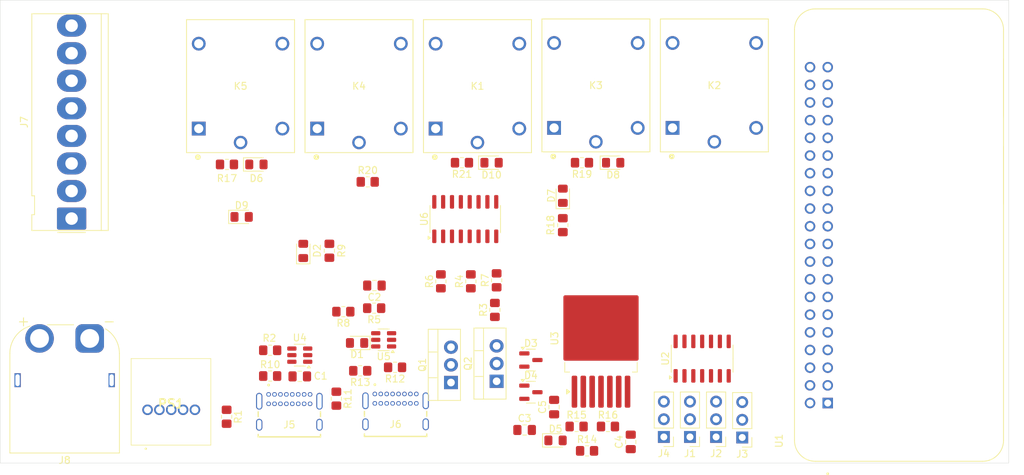
<source format=kicad_pcb>
(kicad_pcb (version 20241229) (generator "pcbnew") (generator_version "9.0")
  (layers (0 "F.Cu" signal) (4 "In1.Cu" signal) (6 "In2.Cu" signal) (2 "B.Cu" signal) (13 "F.Paste" user) (15 "B.Paste" user) (5 "F.SilkS" user "F.Silkscreen") (7 "B.SilkS" user "B.Silkscreen") (1 "F.Mask" user) (3 "B.Mask" user) (25 "Edge.Cuts" user))
  (net 0 "")
  (net 1 "+12V")
  (net 2 "+5V")
  (net 3 "GND")
  (net 5 "Net-(PS1-VOADJUST)")
  (net 23 "/DISPLAY_PWR")
  (net 24 "Net-(D1-K)")
  (net 25 "/RASPBERRY_PI_PWR")
  (net 26 "Net-(D2-K)")
  (net 27 "/FAN_PWM")
  (net 28 "Net-(D5-K)")
  (net 29 "Net-(D6-A)")
  (net 30 "Net-(D6-K)")
  (net 31 "Net-(D7-K)")
  (net 32 "Net-(D7-A)")
  (net 33 "Net-(D8-K)")
  (net 34 "Net-(D8-A)")
  (net 35 "Net-(D9-A)")
  (net 36 "Net-(D9-K)")
  (net 37 "Net-(D10-K)")
  (net 38 "Net-(D10-A)")
  (net 39 "Net-(Q1-G)")
  (net 40 "/HEATED_WINDOW")
  (net 41 "Net-(Q2-G)")
  (net 42 "/FRONT_FOG_LIGHTS")
  (net 43 "Net-(U3-GND)")
  (net 44 "Net-(U3-IN)")
  (net 45 "/SERVO_PWM_1")
  (net 46 "/FRONT_FOG_EN")
  (net 47 "/SERVO_PWM_2")
  (net 48 "/SERVO_PWM_4")
  (net 49 "/HEATED_WINDOW_EN")
  (net 50 "/SERVO_PWM_3")
  (net 51 "/RASPBERRY_PI_EN")
  (net 52 "/FAN_OUT")
  (net 57 "/DISPLAY_EN")
  (net 60 "/EXTRA_HIGH_EN")
  (net 61 "/REAR_FOG_LIGHTS_EN")
  (net 64 "/INDICATORS_A_EN")
  (net 66 "/INDICATORS_B_EN")
  (net 67 "/EXTRA_LOW_EN")
  (net 68 "Net-(D3-A)")
  (net 69 "Net-(J1-Pin_3)")
  (net 70 "Net-(J2-Pin_3)")
  (net 71 "Net-(J3-Pin_3)")
  (net 72 "Net-(J4-Pin_3)")
  (net 73 "Net-(J5-CC1)")
  (net 77 "Net-(J5-CC2)")
  (net 86 "Net-(J6-CC1)")
  (net 87 "Net-(J6-CC2)")
  (net 89 "/INDICATORS_A")
  (net 90 "/EXTRA_LOW")
  (net 91 "/REAR_FOG_LIGHTS")
  (net 92 "/INDICATORS_B")
  (net 93 "/EXTRA_HIGH")
  (footprint "Connector_PinHeader_2.54mm:PinHeader_1x03_P2.54mm_Vertical" (layer "F.Cu") (at 200.25 100.75 180)
    (property "Reference" "J2" (at 0 -2.38 0) (layer "F.SilkS"))
    (property "Value" "Conn_01x03_Pin")
    (pad "1" thru_hole rect (at 0 0 180) (size 1.7 1.7) (drill 1) (layers "*.Cu" "*.Mask") (net 3 "GND"))
    (pad "2" thru_hole circle (at 0 2.54 180) (size 1.7 1.7) (drill 1) (layers "*.Cu" "*.Mask") (net 2 "+5V"))
    (pad "3" thru_hole circle (at 0 5.08 180) (size 1.7 1.7) (drill 1) (layers "*.Cu" "*.Mask") (net 70 "Net-(J2-Pin_3)"))
  )
  (footprint "Resistor_SMD:R_0805_2012Metric_Pad1.20x1.40mm_HandSolder" (layer "F.Cu") (at 168.75 78.25 90)
    (property "Reference" "R7" (at 0 -1.65 90) (layer "F.SilkS"))
    (property "Value" "10k")
    (pad "1" smd roundrect (at -1 0 90) (size 1.2 1.4) (layers "F.Cu" "F.Mask" "F.Paste") (roundrect_rratio 0.208333) (net 41 "Net-(Q2-G)"))
    (pad "2" smd roundrect (at 1 0 90) (size 1.2 1.4) (layers "F.Cu" "F.Mask" "F.Paste") (roundrect_rratio 0.208333) (net 3 "GND"))
  )
  (footprint "LED_SMD:LED_0805_2012Metric_Pad1.15x1.40mm_HandSolder" (layer "F.Cu") (at 134.275 61.6)
    (property "Reference" "D6" (at 0 2 0) (layer "F.SilkS"))
    (property "Value" "LED")
    (pad "1" smd roundrect (at -1.025 0) (size 1.15 1.4) (layers "F.Cu" "F.Mask" "F.Paste") (roundrect_rratio 0.217391) (net 30 "Net-(D6-K)"))
    (pad "2" smd roundrect (at 1.025 0) (size 1.15 1.4) (layers "F.Cu" "F.Mask" "F.Paste") (roundrect_rratio 0.217391) (net 29 "Net-(D6-A)"))
  )
  (footprint "Package_TO_SOT_SMD:SOT-23-6" (layer "F.Cu") (at 152.5375 86.8 180)
    (property "Reference" "U5" (at 0 -2.4 0) (layer "F.SilkS"))
    (property "Value" "AP22615AWU")
    (pad "1" smd roundrect (at -1.1375 -0.95 180) (size 1.325 0.6) (layers "F.Cu" "F.Mask" "F.Paste") (net 23 "/DISPLAY_PWR"))
    (pad "2" smd roundrect (at -1.1375 0 180) (size 1.325 0.6) (layers "F.Cu" "F.Mask" "F.Paste") (net 3 "GND"))
    (pad "3" smd roundrect (at -1.1375 0.95 180) (size 1.325 0.6) (layers "F.Cu" "F.Mask" "F.Paste"))
    (pad "4" smd roundrect (at 1.1375 0.95 180) (size 1.325 0.6) (layers "F.Cu" "F.Mask" "F.Paste") (net 57 "/DISPLAY_EN"))
    (pad "5" smd roundrect (at 1.1375 0 180) (size 1.325 0.6) (layers "F.Cu" "F.Mask" "F.Paste"))
    (pad "6" smd roundrect (at 1.1375 -0.95 180) (size 1.325 0.6) (layers "F.Cu" "F.Mask" "F.Paste") (net 2 "+5V"))
  )
  (footprint "Capacitor_SMD:C_0805_2012Metric_Pad1.18x1.45mm_HandSolder" (layer "F.Cu") (at 177 96.4625 90)
    (property "Reference" "C5" (at 0 -1.68 90) (layer "F.SilkS"))
    (property "Value" "10n")
    (pad "1" smd roundrect (at -1.0375 0 90) (size 1.175 1.45) (layers "F.Cu" "F.Mask" "F.Paste") (roundrect_rratio 0.212766) (net 52 "/FAN_OUT"))
    (pad "2" smd roundrect (at 1.0375 0 90) (size 1.175 1.45) (layers "F.Cu" "F.Mask" "F.Paste") (roundrect_rratio 0.212766) (net 3 "GND"))
  )
  (footprint "footprints:GCT_USB4085-GF-A_REVB" (layer "F.Cu") (at 154.25 98.9375)
    (property "Reference" "J6" (at 0 0 0) (layer "F.SilkS"))
    (property "Value" "USB4085-GF-A_REVB")
    (pad "A1" thru_hole circle (at -2.975 -4.36) (size 0.65 0.65) (drill 0.4) (layers "*.Cu" "*.Mask") (net 3 "GND"))
    (pad "A4" thru_hole circle (at -2.125 -4.36) (size 0.65 0.65) (drill 0.4) (layers "*.Cu" "*.Mask") (net 23 "/DISPLAY_PWR"))
    (pad "A5" thru_hole circle (at -1.275 -4.36) (size 0.65 0.65) (drill 0.4) (layers "*.Cu" "*.Mask") (net 86 "Net-(J6-CC1)"))
    (pad "A6" thru_hole circle (at -0.425 -4.36) (size 0.65 0.65) (drill 0.4) (layers "*.Cu" "*.Mask"))
    (pad "A7" thru_hole circle (at 0.425 -4.36) (size 0.65 0.65) (drill 0.4) (layers "*.Cu" "*.Mask"))
    (pad "A8" thru_hole circle (at 1.275 -4.36) (size 0.65 0.65) (drill 0.4) (layers "*.Cu" "*.Mask"))
    (pad "A9" thru_hole circle (at 2.125 -4.36) (size 0.65 0.65) (drill 0.4) (layers "*.Cu" "*.Mask") (net 23 "/DISPLAY_PWR"))
    (pad "A12" thru_hole circle (at 2.975 -4.36) (size 0.65 0.65) (drill 0.4) (layers "*.Cu" "*.Mask") (net 3 "GND"))
    (pad "B1" thru_hole circle (at 2.975 -3.01) (size 0.65 0.65) (drill 0.4) (layers "*.Cu" "*.Mask") (net 3 "GND"))
    (pad "B4" thru_hole circle (at 2.125 -3.01) (size 0.65 0.65) (drill 0.4) (layers "*.Cu" "*.Mask") (net 23 "/DISPLAY_PWR"))
    (pad "B5" thru_hole circle (at 1.275 -3.01) (size 0.65 0.65) (drill 0.4) (layers "*.Cu" "*.Mask") (net 87 "Net-(J6-CC2)"))
    (pad "B6" thru_hole circle (at 0.425 -3.01) (size 0.65 0.65) (drill 0.4) (layers "*.Cu" "*.Mask"))
    (pad "B7" thru_hole circle (at -0.425 -3.01) (size 0.65 0.65) (drill 0.4) (layers "*.Cu" "*.Mask"))
    (pad "B8" thru_hole circle (at -1.275 -3.01) (size 0.65 0.65) (drill 0.4) (layers "*.Cu" "*.Mask"))
    (pad "B9" thru_hole circle (at -2.125 -3.01) (size 0.65 0.65) (drill 0.4) (layers "*.Cu" "*.Mask") (net 23 "/DISPLAY_PWR"))
    (pad "B12" thru_hole circle (at -2.975 -3.01) (size 0.65 0.65) (drill 0.4) (layers "*.Cu" "*.Mask") (net 3 "GND"))
    (pad "S1" thru_hole oval (at -4.325 0) (size 0.9 1.7) (drill oval 0.6 1.4) (layers "*.Cu" "*.Mask") (net 3 "GND"))
    (pad "S2" thru_hole oval (at 4.325 0) (size 0.9 1.7) (drill oval 0.6 1.4) (layers "*.Cu" "*.Mask") (net 3 "GND"))
    (pad "S3" thru_hole oval (at -4.325 -3.38) (size 0.9 2.4) (drill oval 0.6 2.1) (layers "*.Cu" "*.Mask") (net 3 "GND"))
    (pad "S4" thru_hole oval (at 4.325 -3.38) (size 0.9 2.4) (drill oval 0.6 2.1) (layers "*.Cu" "*.Mask") (net 3 "GND"))
  )
  (footprint "Capacitor_SMD:C_0805_2012Metric_Pad1.18x1.45mm_HandSolder" (layer "F.Cu") (at 140.5 92.05)
    (property "Reference" "C1" (at 3 -0.05 0) (layer "F.SilkS"))
    (property "Value" "10u")
    (pad "1" smd roundrect (at -1.0375 0) (size 1.175 1.45) (layers "F.Cu" "F.Mask" "F.Paste") (roundrect_rratio 0.212766) (net 2 "+5V"))
    (pad "2" smd roundrect (at 1.0375 0) (size 1.175 1.45) (layers "F.Cu" "F.Mask" "F.Paste") (roundrect_rratio 0.212766) (net 3 "GND"))
  )
  (footprint "Resistor_SMD:R_0805_2012Metric_Pad1.20x1.40mm_HandSolder" (layer "F.Cu") (at 151.175 82.25 180)
    (property "Reference" "R5" (at 0 -1.65 0) (layer "F.SilkS"))
    (property "Value" "10k")
    (pad "1" smd roundrect (at -1 0 180) (size 1.2 1.4) (layers "F.Cu" "F.Mask" "F.Paste") (roundrect_rratio 0.208333) (net 57 "/DISPLAY_EN"))
    (pad "2" smd roundrect (at 1 0 180) (size 1.2 1.4) (layers "F.Cu" "F.Mask" "F.Paste") (roundrect_rratio 0.208333) (net 3 "GND"))
  )
  (footprint "footprints:RELAY_SRD-05VDC-SL-C" (layer "F.Cu") (at 200 50.25 90)
    (property "Reference" "K2" (at 0 0 180) (layer "F.SilkS") (effects (font (size 1.000094 1.000094))))
    (property "Value" "SRD-05VDC-SL-C")
    (pad "A1" thru_hole rect (at -6.1 -6 90) (size 1.98 1.98) (drill 1.32) (layers "*.Cu" "*.Mask") (net 2 "+5V"))
    (pad "A2" thru_hole circle (at -6.1 6 90) (size 1.98 1.98) (drill 1.32) (layers "*.Cu" "*.Mask") (net 35 "Net-(D9-A)"))
    (pad "COM" thru_hole circle (at -8.1 0 90) (size 1.935 1.935) (drill 1.29) (layers "*.Cu" "*.Mask") (net 1 "+12V"))
    (pad "NC" thru_hole circle (at 6.1 -6 90) (size 1.98 1.98) (drill 1.32) (layers "*.Cu" "*.Mask"))
    (pad "NO" thru_hole circle (at 6.1 6 90) (size 1.98 1.98) (drill 1.32) (layers "*.Cu" "*.Mask") (net 92 "/INDICATORS_B"))
  )
  (footprint "Resistor_SMD:R_0805_2012Metric_Pad1.20x1.40mm_HandSolder" (layer "F.Cu") (at 154.175 90.75 180)
    (property "Reference" "R12" (at 0 -1.65 0) (layer "F.SilkS"))
    (property "Value" "10k")
    (pad "1" smd roundrect (at -1 0 180) (size 1.2 1.4) (layers "F.Cu" "F.Mask" "F.Paste") (roundrect_rratio 0.208333) (net 23 "/DISPLAY_PWR"))
    (pad "2" smd roundrect (at 1 0 180) (size 1.2 1.4) (layers "F.Cu" "F.Mask" "F.Paste") (roundrect_rratio 0.208333) (net 87 "Net-(J6-CC2)"))
  )
  (footprint "footprints:RELAY_SRD-05VDC-SL-C" (layer "F.Cu") (at 183 50.25 90)
    (property "Reference" "K3" (at 0 0 180) (layer "F.SilkS") (effects (font (size 1.000094 1.000094))))
    (property "Value" "SRD-05VDC-SL-C")
    (pad "A1" thru_hole rect (at -6.1 -6 90) (size 1.98 1.98) (drill 1.32) (layers "*.Cu" "*.Mask") (net 2 "+5V"))
    (pad "A2" thru_hole circle (at -6.1 6 90) (size 1.98 1.98) (drill 1.32) (layers "*.Cu" "*.Mask") (net 34 "Net-(D8-A)"))
    (pad "COM" thru_hole circle (at -8.1 0 90) (size 1.935 1.935) (drill 1.29) (layers "*.Cu" "*.Mask") (net 1 "+12V"))
    (pad "NC" thru_hole circle (at 6.1 -6 90) (size 1.98 1.98) (drill 1.32) (layers "*.Cu" "*.Mask"))
    (pad "NO" thru_hole circle (at 6.1 6 90) (size 1.98 1.98) (drill 1.32) (layers "*.Cu" "*.Mask") (net 91 "/REAR_FOG_LIGHTS"))
  )
  (footprint "Resistor_SMD:R_0805_2012Metric_Pad1.20x1.40mm_HandSolder" (layer "F.Cu") (at 146.75 82.75 180)
    (property "Reference" "R8" (at 0 -1.65 0) (layer "F.SilkS"))
    (property "Value" "1.1k")
    (pad "1" smd roundrect (at -1 0 180) (size 1.2 1.4) (layers "F.Cu" "F.Mask" "F.Paste") (roundrect_rratio 0.208333) (net 24 "Net-(D1-K)"))
    (pad "2" smd roundrect (at 1 0 180) (size 1.2 1.4) (layers "F.Cu" "F.Mask" "F.Paste") (roundrect_rratio 0.208333) (net 3 "GND"))
  )
  (footprint "footprints:RELAY_SRD-05VDC-SL-C" (layer "F.Cu") (at 132 50.35 90)
    (property "Reference" "K5" (at 0 0 180) (layer "F.SilkS") (effects (font (size 1.000094 1.000094))))
    (property "Value" "SRD-05VDC-SL-C")
    (pad "A1" thru_hole rect (at -6.1 -6 90) (size 1.98 1.98) (drill 1.32) (layers "*.Cu" "*.Mask") (net 2 "+5V"))
    (pad "A2" thru_hole circle (at -6.1 6 90) (size 1.98 1.98) (drill 1.32) (layers "*.Cu" "*.Mask") (net 29 "Net-(D6-A)"))
    (pad "COM" thru_hole circle (at -8.1 0 90) (size 1.935 1.935) (drill 1.29) (layers "*.Cu" "*.Mask") (net 3 "GND"))
    (pad "NC" thru_hole circle (at 6.1 -6 90) (size 1.98 1.98) (drill 1.32) (layers "*.Cu" "*.Mask"))
    (pad "NO" thru_hole circle (at 6.1 6 90) (size 1.98 1.98) (drill 1.32) (layers "*.Cu" "*.Mask") (net 90 "/EXTRA_LOW"))
  )
  (footprint "LED_SMD:LED_0805_2012Metric_Pad1.15x1.40mm_HandSolder" (layer "F.Cu") (at 168.025 61.35)
    (property "Reference" "D10" (at 0 1.75 0) (layer "F.SilkS"))
    (property "Value" "LED")
    (pad "1" smd roundrect (at -1.025 0) (size 1.15 1.4) (layers "F.Cu" "F.Mask" "F.Paste") (roundrect_rratio 0.217391) (net 37 "Net-(D10-K)"))
    (pad "2" smd roundrect (at 1.025 0) (size 1.15 1.4) (layers "F.Cu" "F.Mask" "F.Paste") (roundrect_rratio 0.217391) (net 38 "Net-(D10-A)"))
  )
  (footprint "Resistor_SMD:R_0805_2012Metric_Pad1.20x1.40mm_HandSolder" (layer "F.Cu") (at 136.25 88.3 180)
    (property "Reference" "R2" (at 0.1125 1.75 0) (layer "F.SilkS"))
    (property "Value" "10k")
    (pad "1" smd roundrect (at -1 0 180) (size 1.2 1.4) (layers "F.Cu" "F.Mask" "F.Paste") (roundrect_rratio 0.208333) (net 51 "/RASPBERRY_PI_EN"))
    (pad "2" smd roundrect (at 1 0 180) (size 1.2 1.4) (layers "F.Cu" "F.Mask" "F.Paste") (roundrect_rratio 0.208333) (net 3 "GND"))
  )
  (footprint "LED_SMD:LED_0805_2012Metric_Pad1.15x1.40mm_HandSolder" (layer "F.Cu") (at 141 74.025 90)
    (property "Reference" "D2" (at 0.025 2 90) (layer "F.SilkS"))
    (property "Value" "LED")
    (pad "1" smd roundrect (at -1.025 0 90) (size 1.15 1.4) (layers "F.Cu" "F.Mask" "F.Paste") (roundrect_rratio 0.217391) (net 26 "Net-(D2-K)"))
    (pad "2" smd roundrect (at 1.025 0 90) (size 1.15 1.4) (layers "F.Cu" "F.Mask" "F.Paste") (roundrect_rratio 0.217391) (net 25 "/RASPBERRY_PI_PWR"))
  )
  (footprint "LED_SMD:LED_0805_2012Metric_Pad1.15x1.40mm_HandSolder" (layer "F.Cu") (at 177.205 101.25)
    (property "Reference" "D5" (at 0 -1.65 0) (layer "F.SilkS"))
    (property "Value" "LED")
    (pad "1" smd roundrect (at -1.025 0) (size 1.15 1.4) (layers "F.Cu" "F.Mask" "F.Paste") (roundrect_rratio 0.217391) (net 28 "Net-(D5-K)"))
    (pad "2" smd roundrect (at 1.025 0) (size 1.15 1.4) (layers "F.Cu" "F.Mask" "F.Paste") (roundrect_rratio 0.217391) (net 27 "/FAN_PWM"))
  )
  (footprint "Resistor_SMD:R_0805_2012Metric_Pad1.20x1.40mm_HandSolder" (layer "F.Cu") (at 149.175 91.25 180)
    (property "Reference" "R13" (at 0 -1.65 0) (layer "F.SilkS"))
    (property "Value" "10k")
    (pad "1" smd roundrect (at -1 0 180) (size 1.2 1.4) (layers "F.Cu" "F.Mask" "F.Paste") (roundrect_rratio 0.208333) (net 23 "/DISPLAY_PWR"))
    (pad "2" smd roundrect (at 1 0 180) (size 1.2 1.4) (layers "F.Cu" "F.Mask" "F.Paste") (roundrect_rratio 0.208333) (net 86 "Net-(J6-CC1)"))
  )
  (footprint "Resistor_SMD:R_0805_2012Metric_Pad1.20x1.40mm_HandSolder" (layer "F.Cu") (at 168.5 82.5 90)
    (property "Reference" "R3" (at 0 -1.65 90) (layer "F.SilkS"))
    (property "Value" "10k")
    (pad "1" smd roundrect (at -1 0 90) (size 1.2 1.4) (layers "F.Cu" "F.Mask" "F.Paste") (roundrect_rratio 0.208333) (net 39 "Net-(Q1-G)"))
    (pad "2" smd roundrect (at 1 0 90) (size 1.2 1.4) (layers "F.Cu" "F.Mask" "F.Paste") (roundrect_rratio 0.208333) (net 3 "GND"))
  )
  (footprint "Resistor_SMD:R_0805_2012Metric_Pad1.20x1.40mm_HandSolder" (layer "F.Cu") (at 163.775 61.35 180)
    (property "Reference" "R21" (at 0 -1.65 0) (layer "F.SilkS"))
    (property "Value" "1.1k")
    (pad "1" smd roundrect (at -1 0 180) (size 1.2 1.4) (layers "F.Cu" "F.Mask" "F.Paste") (roundrect_rratio 0.208333) (net 37 "Net-(D10-K)"))
    (pad "2" smd roundrect (at 1 0 180) (size 1.2 1.4) (layers "F.Cu" "F.Mask" "F.Paste") (roundrect_rratio 0.208333) (net 3 "GND"))
  )
  (footprint "Package_TO_SOT_THT:TO-220-3_Vertical" (layer "F.Cu") (at 162.2 92.935 90)
    (property "Reference" "Q1" (at 2.54 -4.1 90) (layer "F.SilkS"))
    (property "Value" "IRLZ44N")
    (pad "1" thru_hole rect (at 0 0 90) (size 1.905 2) (drill 1.1) (layers "*.Cu" "*.Mask") (net 39 "Net-(Q1-G)"))
    (pad "2" thru_hole oval (at 2.54 0 90) (size 1.905 2) (drill 1.1) (layers "*.Cu" "*.Mask") (net 40 "/HEATED_WINDOW"))
    (pad "3" thru_hole oval (at 5.08 0 90) (size 1.905 2) (drill 1.1) (layers "*.Cu" "*.Mask") (net 3 "GND"))
  )
  (footprint "LED_SMD:LED_0805_2012Metric_Pad1.15x1.40mm_HandSolder" (layer "F.Cu") (at 185.475 61.35)
    (property "Reference" "D8" (at 0 1.75 0) (layer "F.SilkS"))
    (property "Value" "LED")
    (pad "1" smd roundrect (at -1.025 0) (size 1.15 1.4) (layers "F.Cu" "F.Mask" "F.Paste") (roundrect_rratio 0.217391) (net 33 "Net-(D8-K)"))
    (pad "2" smd roundrect (at 1.025 0) (size 1.15 1.4) (layers "F.Cu" "F.Mask" "F.Paste") (roundrect_rratio 0.217391) (net 34 "Net-(D8-A)"))
  )
  (footprint "Resistor_SMD:R_0805_2012Metric_Pad1.20x1.40mm_HandSolder" (layer "F.Cu") (at 144.75 74 90)
    (property "Reference" "R9" (at 0 1.75 90) (layer "F.SilkS"))
    (property "Value" "1.1k")
    (pad "1" smd roundrect (at -1 0 90) (size 1.2 1.4) (layers "F.Cu" "F.Mask" "F.Paste") (roundrect_rratio 0.208333) (net 26 "Net-(D2-K)"))
    (pad "2" smd roundrect (at 1 0 90) (size 1.2 1.4) (layers "F.Cu" "F.Mask" "F.Paste") (roundrect_rratio 0.208333) (net 3 "GND"))
  )
  (footprint "Resistor_SMD:R_0805_2012Metric_Pad1.20x1.40mm_HandSolder" (layer "F.Cu") (at 181.73 102.75)
    (property "Reference" "R14" (at 0 -1.65 0) (layer "F.SilkS"))
    (property "Value" "4")
    (pad "1" smd roundrect (at -1 0) (size 1.2 1.4) (layers "F.Cu" "F.Mask" "F.Paste") (roundrect_rratio 0.208333) (net 43 "Net-(U3-GND)"))
    (pad "2" smd roundrect (at 1 0) (size 1.2 1.4) (layers "F.Cu" "F.Mask" "F.Paste") (roundrect_rratio 0.208333) (net 3 "GND"))
  )
  (footprint "Package_TO_SOT_THT:TO-220-3_Vertical" (layer "F.Cu") (at 168.75 92.75 90)
    (property "Reference" "Q2" (at 2.54 -4.1 90) (layer "F.SilkS"))
    (property "Value" "IRLZ44N")
    (pad "1" thru_hole rect (at 0 0 90) (size 1.905 2) (drill 1.1) (layers "*.Cu" "*.Mask") (net 41 "Net-(Q2-G)"))
    (pad "2" thru_hole oval (at 2.54 0 90) (size 1.905 2) (drill 1.1) (layers "*.Cu" "*.Mask") (net 42 "/FRONT_FOG_LIGHTS"))
    (pad "3" thru_hole oval (at 5.08 0 90) (size 1.905 2) (drill 1.1) (layers "*.Cu" "*.Mask") (net 3 "GND"))
  )
  (footprint "Resistor_SMD:R_0805_2012Metric_Pad1.20x1.40mm_HandSolder" (layer "F.Cu") (at 160.75 78.395 90)
    (property "Reference" "R6" (at 0 -1.65 90) (layer "F.SilkS"))
    (property "Value" "100")
    (pad "1" smd roundrect (at -1 0 90) (size 1.2 1.4) (layers "F.Cu" "F.Mask" "F.Paste") (roundrect_rratio 0.208333) (net 46 "/FRONT_FOG_EN"))
    (pad "2" smd roundrect (at 1 0 90) (size 1.2 1.4) (layers "F.Cu" "F.Mask" "F.Paste") (roundrect_rratio 0.208333) (net 41 "Net-(Q2-G)"))
  )
  (footprint "LED_SMD:LED_0805_2012Metric_Pad1.15x1.40mm_HandSolder" (layer "F.Cu") (at 148.725 87.25 180)
    (property "Reference" "D1" (at 0 -1.65 0) (layer "F.SilkS"))
    (property "Value" "LED")
    (pad "1" smd roundrect (at -1.025 0 180) (size 1.15 1.4) (layers "F.Cu" "F.Mask" "F.Paste") (roundrect_rratio 0.217391) (net 24 "Net-(D1-K)"))
    (pad "2" smd roundrect (at 1.025 0 180) (size 1.15 1.4) (layers "F.Cu" "F.Mask" "F.Paste") (roundrect_rratio 0.217391) (net 23 "/DISPLAY_PWR"))
  )
  (footprint "LED_SMD:LED_0805_2012Metric_Pad1.15x1.40mm_HandSolder" (layer "F.Cu") (at 178.25 66.1 90)
    (property "Reference" "D7" (at 0 -1.65 90) (layer "F.SilkS"))
    (property "Value" "LED")
    (pad "1" smd roundrect (at -1.025 0 90) (size 1.15 1.4) (layers "F.Cu" "F.Mask" "F.Paste") (roundrect_rratio 0.217391) (net 31 "Net-(D7-K)"))
    (pad "2" smd roundrect (at 1.025 0 90) (size 1.15 1.4) (layers "F.Cu" "F.Mask" "F.Paste") (roundrect_rratio 0.217391) (net 32 "Net-(D7-A)"))
  )
  (footprint "Resistor_SMD:R_0805_2012Metric_Pad1.20x1.40mm_HandSolder" (layer "F.Cu") (at 181 61.35 180)
    (property "Reference" "R19" (at 0 -1.65 0) (layer "F.SilkS"))
    (property "Value" "1.1k")
    (pad "1" smd roundrect (at -1 0 180) (size 1.2 1.4) (layers "F.Cu" "F.Mask" "F.Paste") (roundrect_rratio 0.208333) (net 33 "Net-(D8-K)"))
    (pad "2" smd roundrect (at 1 0 180) (size 1.2 1.4) (layers "F.Cu" "F.Mask" "F.Paste") (roundrect_rratio 0.208333) (net 3 "GND"))
  )
  (footprint "footprints:GCT_USB4085-GF-A_REVB" (layer "F.Cu") (at 139 99)
    (property "Reference" "J5" (at 0 0 0) (layer "F.SilkS"))
    (property "Value" "USB4085-GF-A_REVB")
    (pad "A1" thru_hole circle (at -2.975 -4.36) (size 0.65 0.65) (drill 0.4) (layers "*.Cu" "*.Mask") (net 3 "GND"))
    (pad "A4" thru_hole circle (at -2.125 -4.36) (size 0.65 0.65) (drill 0.4) (layers "*.Cu" "*.Mask") (net 25 "/RASPBERRY_PI_PWR"))
    (pad "A5" thru_hole circle (at -1.275 -4.36) (size 0.65 0.65) (drill 0.4) (layers "*.Cu" "*.Mask") (net 73 "Net-(J5-CC1)"))
    (pad "A6" thru_hole circle (at -0.425 -4.36) (size 0.65 0.65) (drill 0.4) (layers "*.Cu" "*.Mask"))
    (pad "A7" thru_hole circle (at 0.425 -4.36) (size 0.65 0.65) (drill 0.4) (layers "*.Cu" "*.Mask"))
    (pad "A8" thru_hole circle (at 1.275 -4.36) (size 0.65 0.65) (drill 0.4) (layers "*.Cu" "*.Mask"))
    (pad "A9" thru_hole circle (at 2.125 -4.36) (size 0.65 0.65) (drill 0.4) (layers "*.Cu" "*.Mask") (net 25 "/RASPBERRY_PI_PWR"))
    (pad "A12" thru_hole circle (at 2.975 -4.36) (size 0.65 0.65) (drill 0.4) (layers "*.Cu" "*.Mask") (net 3 "GND"))
    (pad "B1" thru_hole circle (at 2.975 -3.01) (size 0.65 0.65) (drill 0.4) (layers "*.Cu" "*.Mask") (net 3 "GND"))
    (pad "B4" thru_hole circle (at 2.125 -3.01) (size 0.65 0.65) (drill 0.4) (layers "*.Cu" "*.Mask") (net 25 "/RASPBERRY_PI_PWR"))
    (pad "B5" thru_hole circle (at 1.275 -3.01) (size 0.65 0.65) (drill 0.4) (layers "*.Cu" "*.Mask") (net 77 "Net-(J5-CC2)"))
    (pad "B6" thru_hole circle (at 0.425 -3.01) (size 0.65 0.65) (drill 0.4) (layers "*.Cu" "*.Mask"))
    (pad "B7" thru_hole circle (at -0.425 -3.01) (size 0.65 0.65) (drill 0.4) (layers "*.Cu" "*.Mask"))
    (pad "B8" thru_hole circle (at -1.275 -3.01) (size 0.65 0.65) (drill 0.4) (layers "*.Cu" "*.Mask"))
    (pad "B9" thru_hole circle (at -2.125 -3.01) (size 0.65 0.65) (drill 0.4) (layers "*.Cu" "*.Mask") (net 25 "/RASPBERRY_PI_PWR"))
    (pad "B12" thru_hole circle (at -2.975 -3.01) (size 0.65 0.65) (drill 0.4) (layers "*.Cu" "*.Mask") (net 3 "GND"))
    (pad "S1" thru_hole oval (at -4.325 0) (size 0.9 1.7) (drill oval 0.6 1.4) (layers "*.Cu" "*.Mask") (net 3 "GND"))
    (pad "S2" thru_hole oval (at 4.325 0) (size 0.9 1.7) (drill oval 0.6 1.4) (layers "*.Cu" "*.Mask") (net 3 "GND"))
    (pad "S3" thru_hole oval (at -4.325 -3.38) (size 0.9 2.4) (drill oval 0.6 2.1) (layers "*.Cu" "*.Mask") (net 3 "GND"))
    (pad "S4" thru_hole oval (at 4.325 -3.38) (size 0.9 2.4) (drill oval 0.6 2.1) (layers "*.Cu" "*.Mask") (net 3 "GND"))
  )
  (footprint "Connector_PinHeader_2.54mm:PinHeader_1x03_P2.54mm_Vertical" (layer "F.Cu") (at 204 100.83 180)
    (property "Reference" "J3" (at 0 -2.38 0) (layer "F.SilkS"))
    (property "Value" "Conn_01x03_Pin")
    (pad "1" thru_hole rect (at 0 0 180) (size 1.7 1.7) (drill 1) (layers "*.Cu" "*.Mask") (net 3 "GND"))
    (pad "2" thru_hole circle (at 0 2.54 180) (size 1.7 1.7) (drill 1) (layers "*.Cu" "*.Mask") (net 2 "+5V"))
    (pad "3" thru_hole circle (at 0 5.08 180) (size 1.7 1.7) (drill 1) (layers "*.Cu" "*.Mask") (net 71 "Net-(J3-Pin_3)"))
  )
  (footprint "Capacitor_SMD:C_0805_2012Metric_Pad1.18x1.45mm_HandSolder" (layer "F.Cu") (at 151.2125 79 180)
    (property "Reference" "C2" (at 0 -1.68 0) (layer "F.SilkS"))
    (property "Value" "10u")
    (pad "1" smd roundrect (at -1.0375 0 180) (size 1.175 1.45) (layers "F.Cu" "F.Mask" "F.Paste") (roundrect_rratio 0.212766) (net 2 "+5V"))
    (pad "2" smd roundrect (at 1.0375 0 180) (size 1.175 1.45) (layers "F.Cu" "F.Mask" "F.Paste") (roundrect_rratio 0.212766) (net 3 "GND"))
  )
  (footprint "Package_SO:SOIC-16_3.9x9.9mm_P1.27mm" (layer "F.Cu") (at 164.25 69.45 90)
    (property "Reference" "U6" (at 0 -5.9 90) (layer "F.SilkS"))
    (property "Value" "ULN2002")
    (pad "1" smd roundrect (at -2.475 -4.445 90) (size 1.95 0.6) (layers "F.Cu" "F.Mask" "F.Paste") (net 64 "/INDICATORS_A_EN"))
    (pad "2" smd roundrect (at -2.475 -3.175 90) (size 1.95 0.6) (layers "F.Cu" "F.Mask" "F.Paste") (net 66 "/INDICATORS_B_EN"))
    (pad "3" smd roundrect (at -2.475 -1.905 90) (size 1.95 0.6) (layers "F.Cu" "F.Mask" "F.Paste") (net 61 "/REAR_FOG_LIGHTS_EN"))
    (pad "4" smd roundrect (at -2.475 -0.635 90) (size 1.95 0.6) (layers "F.Cu" "F.Mask" "F.Paste") (net 60 "/EXTRA_HIGH_EN"))
    (pad "5" smd roundrect (at -2.475 0.635 90) (size 1.95 0.6) (layers "F.Cu" "F.Mask" "F.Paste") (net 67 "/EXTRA_LOW_EN"))
    (pad "6" smd roundrect (at -2.475 1.905 90) (size 1.95 0.6) (layers "F.Cu" "F.Mask" "F.Paste"))
    (pad "7" smd roundrect (at -2.475 3.175 90) (size 1.95 0.6) (layers "F.Cu" "F.Mask" "F.Paste"))
    (pad "8" smd roundrect (at -2.475 4.445 90) (size 1.95 0.6) (layers "F.Cu" "F.Mask" "F.Paste") (net 3 "GND"))
    (pad "9" smd roundrect (at 2.475 4.445 90) (size 1.95 0.6) (layers "F.Cu" "F.Mask" "F.Paste") (net 2 "+5V"))
    (pad "10" smd roundrect (at 2.475 3.175 90) (size 1.95 0.6) (layers "F.Cu" "F.Mask" "F.Paste"))
    (pad "11" smd roundrect (at 2.475 1.905 90) (size 1.95 0.6) (layers "F.Cu" "F.Mask" "F.Paste"))
    (pad "12" smd roundrect (at 2.475 0.635 90) (size 1.95 0.6) (layers "F.Cu" "F.Mask" "F.Paste") (net 29 "Net-(D6-A)"))
    (pad "13" smd roundrect (at 2.475 -0.635 90) (size 1.95 0.6) (layers "F.Cu" "F.Mask" "F.Paste") (net 32 "Net-(D7-A)"))
    (pad "14" smd roundrect (at 2.475 -1.905 90) (size 1.95 0.6) (layers "F.Cu" "F.Mask" "F.Paste") (net 34 "Net-(D8-A)"))
    (pad "15" smd roundrect (at 2.475 -3.175 90) (size 1.95 0.6) (layers "F.Cu" "F.Mask" "F.Paste") (net 35 "Net-(D9-A)"))
    (pad "16" smd roundrect (at 2.475 -4.445 90) (size 1.95 0.6) (layers "F.Cu" "F.Mask" "F.Paste") (net 38 "Net-(D10-A)"))
  )
  (footprint "Package_TO_SOT_SMD:SOT-23" (layer "F.Cu") (at 173.6675 94.325)
    (property "Reference" "D4" (at 0 -2.4 0) (layer "F.SilkS"))
    (property "Value" "Zener (15V)")
    (pad "1" smd roundrect (at -0.9375 -0.95) (size 1.475 0.6) (layers "F.Cu" "F.Mask" "F.Paste") (net 3 "GND"))
    (pad "2" smd roundrect (at -0.9375 0.95) (size 1.475 0.6) (layers "F.Cu" "F.Mask" "F.Paste") (net 68 "Net-(D3-A)"))
    (pad "3" smd roundrect (at 0.9375 0) (size 1.475 0.6) (layers "F.Cu" "F.Mask" "F.Paste"))
  )
  (footprint "footprints:PTR08100WVD" (layer "F.Cu") (at 118.65 96.85 180)
    (property "Reference" "PS1" (at -3.365 0.855 0) (layer "F.SilkS") (effects (font (size 1.27 1.27) (thickness 0.254))))
    (property "Value" "PTR08100WVD" (hide yes))
    (pad "1" thru_hole circle (at 0 0 180) (size 1.515 1.515) (drill 1.01) (layers "*.Cu" "*.Mask"))
    (pad "2" thru_hole circle (at -1.7 0 180) (size 1.515 1.515) (drill 1.01) (layers "*.Cu" "*.Mask") (net 1 "+12V"))
    (pad "3" thru_hole circle (at -3.4 0 180) (size 1.515 1.515) (drill 1.01) (layers "*.Cu" "*.Mask") (net 3 "GND"))
    (pad "4" thru_hole circle (at -5.1 0 180) (size 1.515 1.515) (drill 1.01) (layers "*.Cu" "*.Mask") (net 2 "+5V"))
    (pad "5" thru_hole circle (at -6.8 0 180) (size 1.515 1.515) (drill 1.01) (layers "*.Cu" "*.Mask") (net 5 "Net-(PS1-VOADJUST)"))
  )
  (footprint "LED_SMD:LED_0805_2012Metric_Pad1.15x1.40mm_HandSolder" (layer "F.Cu") (at 132.155 69.135)
    (property "Reference" "D9" (at 0 -1.65 0) (layer "F.SilkS"))
    (property "Value" "LED")
    (pad "1" smd roundrect (at -1.025 0) (size 1.15 1.4) (layers "F.Cu" "F.Mask" "F.Paste") (roundrect_rratio 0.217391) (net 36 "Net-(D9-K)"))
    (pad "2" smd roundrect (at 1.025 0) (size 1.15 1.4) (layers "F.Cu" "F.Mask" "F.Paste") (roundrect_rratio 0.217391) (net 35 "Net-(D9-A)"))
  )
  (footprint "Package_TO_SOT_SMD:SOT-23-6" (layer "F.Cu") (at 140.5 89 180)
    (property "Reference" "U4" (at 0 2.5 0) (layer "F.SilkS"))
    (property "Value" "AP22615AWU")
    (pad "1" smd roundrect (at -1.1375 -0.95 180) (size 1.325 0.6) (layers "F.Cu" "F.Mask" "F.Paste") (net 25 "/RASPBERRY_PI_PWR"))
    (pad "2" smd roundrect (at -1.1375 0 180) (size 1.325 0.6) (layers "F.Cu" "F.Mask" "F.Paste") (net 3 "GND"))
    (pad "3" smd roundrect (at -1.1375 0.95 180) (size 1.325 0.6) (layers "F.Cu" "F.Mask" "F.Paste"))
    (pad "4" smd roundrect (at 1.1375 0.95 180) (size 1.325 0.6) (layers "F.Cu" "F.Mask" "F.Paste") (net 51 "/RASPBERRY_PI_EN"))
    (pad "5" smd roundrect (at 1.1375 0 180) (size 1.325 0.6) (layers "F.Cu" "F.Mask" "F.Paste"))
    (pad "6" smd roundrect (at 1.1375 -0.95 180) (size 1.325 0.6) (layers "F.Cu" "F.Mask" "F.Paste") (net 2 "+5V"))
  )
  (footprint "footprints:RELAY_SRD-05VDC-SL-C" (layer "F.Cu") (at 149 50.35 90)
    (property "Reference" "K4" (at 0 0 180) (layer "F.SilkS") (effects (font (size 1.000094 1.000094))))
    (property "Value" "SRD-05VDC-SL-C")
    (pad "A1" thru_hole rect (at -6.1 -6 90) (size 1.98 1.98) (drill 1.32) (layers "*.Cu" "*.Mask") (net 2 "+5V"))
    (pad "A2" thru_hole circle (at -6.1 6 90) (size 1.98 1.98) (drill 1.32) (layers "*.Cu" "*.Mask") (net 32 "Net-(D7-A)"))
    (pad "COM" thru_hole circle (at -8.1 0 90) (size 1.935 1.935) (drill 1.29) (layers "*.Cu" "*.Mask") (net 1 "+12V"))
    (pad "NC" thru_hole circle (at 6.1 -6 90) (size 1.98 1.98) (drill 1.32) (layers "*.Cu" "*.Mask"))
    (pad "NO" thru_hole circle (at 6.1 6 90) (size 1.98 1.98) (drill 1.32) (layers "*.Cu" "*.Mask") (net 93 "/EXTRA_HIGH"))
  )
  (footprint "Package_TO_SOT_SMD:TO-263-7_TabPin4" (layer "F.Cu") (at 183.73 86.6 90)
    (property "Reference" "U3" (at -0.005 -6.65 90) (layer "F.SilkS"))
    (property "Value" "BTS50010-1TAD")
    (pad "1" smd roundrect (at -7.65 -3.81 90) (size 4.6 0.8) (layers "F.Cu" "F.Mask" "F.Paste") (net 43 "Net-(U3-GND)"))
    (pad "2" smd roundrect (at -7.65 -2.54 90) (size 4.6 0.8) (layers "F.Cu" "F.Mask" "F.Paste") (net 44 "Net-(U3-IN)"))
    (pad "3" smd roundrect (at -7.65 -1.27 90) (size 4.6 0.8) (layers "F.Cu" "F.Mask" "F.Paste"))
    (pad "4" smd roundrect (at -7.65 0 90) (size 4.6 0.8) (layers "F.Cu" "F.Mask" "F.Paste") (net 1 "+12V"))
    (pad "4" smd roundrect (at 1.5 0 90) (size 9.4 10.8) (layers "F.Cu" "F.Mask") (roundrect_rratio 0.026596) (net 1 "+12V"))
    (pad "5" smd roundrect (at -7.65 1.27 90) (size 4.6 0.8) (layers "F.Cu" "F.Mask" "F.Paste") (net 52 "/FAN_OUT"))
    (pad "6" smd roundrect (at -7.65 2.54 90) (size 4.6 0.8) (layers "F.Cu" "F.Mask" "F.Paste") (net 52 "/FAN_OUT"))
    (pad "7" smd roundrect (at -7.65 3.81 90) (size 4.6 0.8) (layers "F.Cu" "F.Mask" "F.Paste") (net 52 "/FAN_OUT"))
  )
  (footprint "Connector_AMASS:AMASS_XT60PW-M_1x02_P7.20mm_Horizontal" (layer "F.Cu") (at 110.35 86.6 180)
    (property "Reference" "J8" (at 3.6 -17.5 0) (layer "F.SilkS"))
    (property "Value" "Conn_01x02_Socket")
    (fp_text user "-" (at -2.8 2.5 0) (layer "F.SilkS") (effects (font (size 1.5 1.5))))
    (fp_text user "+" (at 9.5 2.5 0) (layer "F.SilkS") (effects (font (size 1.5 1.5))))
    (pad "" thru_hole rect (at -3.15 -6 180) (size 0.9 2) (drill oval 0.6 1.7) (layers "*.Cu" "*.Mask"))
    (pad "" thru_hole rect (at 10.35 -6 180) (size 0.9 2) (drill oval 0.6 1.7) (layers "*.Cu" "*.Mask"))
    (pad "1" thru_hole roundrect (at 0 0 180) (size 4.1 4.1) (drill 2.7) (layers "*.Cu" "*.Mask") (net 1 "+12V"))
    (pad "2" thru_hole circle (at 7.2 0 180) (size 4.1 4.1) (drill 2.7) (layers "*.Cu" "*.Mask") (net 3 "GND"))
  )
  (footprint "Resistor_SMD:R_0805_2012Metric_Pad1.20x1.40mm_HandSolder" (layer "F.Cu") (at 165.05 78.395 90)
    (property "Reference" "R4" (at 0 -1.65 90) (layer "F.SilkS"))
    (property "Value" "100")
    (pad "1" smd roundrect (at -1 0 90) (size 1.2 1.4) (layers "F.Cu" "F.Mask" "F.Paste") (roundrect_rratio 0.208333) (net 49 "/HEATED_WINDOW_EN"))
    (pad "2" smd roundrect (at 1 0 90) (size 1.2 1.4) (layers "F.Cu" "F.Mask" "F.Paste") (roundrect_rratio 0.208333) (net 39 "Net-(Q1-G)"))
  )
  (footprint "Capacitor_SMD:C_0805_2012Metric_Pad1.18x1.45mm_HandSolder" (layer "F.Cu") (at 188 101.4625 90)
    (property "Reference" "C4" (at 0 -1.68 90) (layer "F.SilkS"))
    (property "Value" "150n")
    (pad "1" smd roundrect (at -1.0375 0 90) (size 1.175 1.45) (layers "F.Cu" "F.Mask" "F.Paste") (roundrect_rratio 0.212766) (net 44 "Net-(U3-IN)"))
    (pad "2" smd roundrect (at 1.0375 0 90) (size 1.175 1.45) (layers "F.Cu" "F.Mask" "F.Paste") (roundrect_rratio 0.212766) (net 43 "Net-(U3-GND)"))
  )
  (footprint "footprints:MODULE_RASPBERRY_PI_ZERO_2_W" (layer "F.Cu") (at 226.5 71.75 90)
    (property "Reference" "U1" (at -29.569 -17.2162 90) (layer "F.SilkS") (effects (font (size 1.00189 1.00189))))
    (property "Value" "RASPBERRY_PI_ZERO_2_W")
    (pad "" np_thru_hole circle (at -29 -11.5 90) (size 2.75 2.75) (drill 2.75) (layers "*.Cu" "*.Mask"))
    (pad "" np_thru_hole circle (at -29 11.5 90) (size 2.75 2.75) (drill 2.75) (layers "*.Cu" "*.Mask"))
    (pad "" np_thru_hole circle (at 29 -11.5 90) (size 2.75 2.75) (drill 2.75) (layers "*.Cu" "*.Mask"))
    (pad "" np_thru_hole circle (at 29 11.5 90) (size 2.75 2.75) (drill 2.75) (layers "*.Cu" "*.Mask"))
    (pad "1" thru_hole rect (at -24.13 -10.23 90) (size 1.508 1.508) (drill 1) (layers "*.Cu" "*.Mask"))
    (pad "2" thru_hole circle (at -24.13 -12.77 90) (size 1.508 1.508) (drill 1) (layers "*.Cu" "*.Mask") (net 2 "+5V"))
    (pad "3" thru_hole circle (at -21.59 -10.23 90) (size 1.508 1.508) (drill 1) (layers "*.Cu" "*.Mask"))
    (pad "4" thru_hole circle (at -21.59 -12.77 90) (size 1.508 1.508) (drill 1) (layers "*.Cu" "*.Mask") (net 2 "+5V"))
    (pad "5" thru_hole circle (at -19.05 -10.23 90) (size 1.508 1.508) (drill 1) (layers "*.Cu" "*.Mask"))
    (pad "6" thru_hole circle (at -19.05 -12.77 90) (size 1.508 1.508) (drill 1) (layers "*.Cu" "*.Mask") (net 3 "GND"))
    (pad "7" thru_hole circle (at -16.51 -10.23 90) (size 1.508 1.508) (drill 1) (layers "*.Cu" "*.Mask"))
    (pad "8" thru_hole circle (at -16.51 -12.77 90) (size 1.508 1.508) (drill 1) (layers "*.Cu" "*.Mask"))
    (pad "9" thru_hole circle (at -13.97 -10.23 90) (size 1.508 1.508) (drill 1) (layers "*.Cu" "*.Mask") (net 3 "GND"))
    (pad "10" thru_hole circle (at -13.97 -12.77 90) (size 1.508 1.508) (drill 1) (layers "*.Cu" "*.Mask"))
    (pad "11" thru_hole circle (at -11.43 -10.23 90) (size 1.508 1.508) (drill 1) (layers "*.Cu" "*.Mask"))
    (pad "12" thru_hole circle (at -11.43 -12.77 90) (size 1.508 1.508) (drill 1) (layers "*.Cu" "*.Mask") (net 27 "/FAN_PWM"))
    (pad "13" thru_hole circle (at -8.89 -10.23 90) (size 1.508 1.508) (drill 1) (layers "*.Cu" "*.Mask"))
    (pad "14" thru_hole circle (at -8.89 -12.77 90) (size 1.508 1.508) (drill 1) (layers "*.Cu" "*.Mask") (net 3 "GND"))
    (pad "15" thru_hole circle (at -6.35 -10.23 90) (size 1.508 1.508) (drill 1) (layers "*.Cu" "*.Mask") (net 48 "/SERVO_PWM_4"))
    (pad "16" thru_hole circle (at -6.35 -12.77 90) (size 1.508 1.508) (drill 1) (layers "*.Cu" "*.Mask") (net 51 "/RASPBERRY_PI_EN"))
    (pad "17" thru_hole circle (at -3.81 -10.23 90) (size 1.508 1.508) (drill 1) (layers "*.Cu" "*.Mask"))
    (pad "18" thru_hole circle (at -3.81 -12.77 90) (size 1.508 1.508) (drill 1) (layers "*.Cu" "*.Mask") (net 49 "/HEATED_WINDOW_EN"))
    (pad "19" thru_hole circle (at -1.27 -10.23 90) (size 1.508 1.508) (drill 1) (layers "*.Cu" "*.Mask"))
    (pad "20" thru_hole circle (at -1.27 -12.77 90) (size 1.508 1.508) (drill 1) (layers "*.Cu" "*.Mask") (net 3 "GND"))
    (pad "21" thru_hole circle (at 1.27 -10.23 90) (size 1.508 1.508) (drill 1) (layers "*.Cu" "*.Mask") (net 67 "/EXTRA_LOW_EN"))
    (pad "22" thru_hole circle (at 1.27 -12.77 90) (size 1.508 1.508) (drill 1) (layers "*.Cu" "*.Mask") (net 46 "/FRONT_FOG_EN"))
    (pad "23" thru_hole circle (at 3.81 -10.23 90) (size 1.508 1.508) (drill 1) (layers "*.Cu" "*.Mask"))
    (pad "24" thru_hole circle (at 3.81 -12.77 90) (size 1.508 1.508) (drill 1) (layers "*.Cu" "*.Mask") (net 60 "/EXTRA_HIGH_EN"))
    (pad "25" thru_hole circle (at 6.35 -10.23 90) (size 1.508 1.508) (drill 1) (layers "*.Cu" "*.Mask") (net 3 "GND"))
    (pad "26" thru_hole circle (at 6.35 -12.77 90) (size 1.508 1.508) (drill 1) (layers "*.Cu" "*.Mask") (net 61 "/REAR_FOG_LIGHTS_EN"))
    (pad "27" thru_hole circle (at 8.89 -10.23 90) (size 1.508 1.508) (drill 1) (layers "*.Cu" "*.Mask"))
    (pad "28" thru_hole circle (at 8.89 -12.77 90) (size 1.508 1.508) (drill 1) (layers "*.Cu" "*.Mask"))
    (pad "29" thru_hole circle (at 11.43 -10.23 90) (size 1.508 1.508) (drill 1) (layers "*.Cu" "*.Mask") (net 64 "/INDICATORS_A_EN"))
    (pad "30" thru_hole circle (at 11.43 -12.77 90) (size 1.508 1.508) (drill 1) (layers "*.Cu" "*.Mask") (net 3 "GND"))
    (pad "31" thru_hole circle (at 13.97 -10.23 90) (size 1.508 1.508) (drill 1) (layers "*.Cu" "*.Mask") (net 66 "/INDICATORS_B_EN"))
    (pad "32" thru_hole circle (at 13.97 -12.77 90) (size 1.508 1.508) (drill 1) (layers "*.Cu" "*.Mask"))
    (pad "33" thru_hole circle (at 16.51 -10.23 90) (size 1.508 1.508) (drill 1) (layers "*.Cu" "*.Mask"))
    (pad "34" thru_hole circle (at 16.51 -12.77 90) (size 1.508 1.508) (drill 1) (layers "*.Cu" "*.Mask") (net 3 "GND"))
    (pad "35" thru_hole circle (at 19.05 -10.23 90) (size 1.508 1.508) (drill 1) (layers "*.Cu" "*.Mask") (net 45 "/SERVO_PWM_1"))
    (pad "36" thru_hole circle (at 19.05 -12.77 90) (size 1.508 1.508) (drill 1) (layers "*.Cu" "*.Mask"))
    (pad "37" thru_hole circle (at 21.59 -10.23 90) (size 1.508 1.508) (drill 1) (layers "*.Cu" "*.Mask"))
    (pad "38" thru_hole circle (at 21.59 -12.77 90) (size 1.508 1.508) (drill 1) (layers "*.Cu" "*.Mask") (net 47 "/SERVO_PWM_2"))
    (pad "39" thru_hole circle (at 24.13 -10.23 90) (size 1.508 1.508) (drill 1) (layers "*.Cu" "*.Mask") (net 3 "GND"))
    (pad "40" thru_hole circle (at 24.13 -12.77 90) (size 1.508 1.508) (drill 1) (layers "*.Cu" "*.Mask") (net 50 "/SERVO_PWM_3"))
  )
  (footprint "Connector_PinHeader_2.54mm:PinHeader_1x03_P2.54mm_Vertical" (layer "F.Cu") (at 192.75 100.75 180)
    (property "Reference" "J4" (at 0 -2.38 0) (layer "F.SilkS"))
    (property "Value" "Conn_01x03_Pin")
    (pad "1" thru_hole rect (at 0 0 180) (size 1.7 1.7) (drill 1) (layers "*.Cu" "*.Mask") (net 3 "GND"))
    (pad "2" thru_hole circle (at 0 2.54 180) (size 1.7 1.7) (drill 1) (layers "*.Cu" "*.Mask") (net 2 "+5V"))
    (pad "3" thru_hole circle (at 0 5.08 180) (size 1.7 1.7) (drill 1) (layers "*.Cu" "*.Mask") (net 72 "Net-(J4-Pin_3)"))
  )
  (footprint "footprints:RELAY_SRD-05VDC-SL-C" (layer "F.Cu") (at 166 50.35 90)
    (property "Reference" "K1" (at 0 0 180) (layer "F.SilkS") (effects (font (size 1.000094 1.000094))))
    (property "Value" "SRD-05VDC-SL-C")
    (pad "A1" thru_hole rect (at -6.1 -6 90) (size 1.98 1.98) (drill 1.32) (layers "*.Cu" "*.Mask") (net 2 "+5V"))
    (pad "A2" thru_hole circle (at -6.1 6 90) (size 1.98 1.98) (drill 1.32) (layers "*.Cu" "*.Mask") (net 38 "Net-(D10-A)"))
    (pad "COM" thru_hole circle (at -8.1 0 90) (size 1.935 1.935) (drill 1.29) (layers "*.Cu" "*.Mask") (net 1 "+12V"))
    (pad "NC" thru_hole circle (at 6.1 -6 90) (size 1.98 1.98) (drill 1.32) (layers "*.Cu" "*.Mask"))
    (pad "NO" thru_hole circle (at 6.1 6 90) (size 1.98 1.98) (drill 1.32) (layers "*.Cu" "*.Mask") (net 89 "/INDICATORS_A"))
  )
  (footprint "Connector_PinHeader_2.54mm:PinHeader_1x03_P2.54mm_Vertical" (layer "F.Cu") (at 196.5 100.75 180)
    (property "Reference" "J1" (at 0 -2.38 0) (layer "F.SilkS"))
    (property "Value" "Conn_01x03_Pin")
    (pad "1" thru_hole rect (at 0 0 180) (size 1.7 1.7) (drill 1) (layers "*.Cu" "*.Mask") (net 3 "GND"))
    (pad "2" thru_hole circle (at 0 2.54 180) (size 1.7 1.7) (drill 1) (layers "*.Cu" "*.Mask") (net 2 "+5V"))
    (pad "3" thru_hole circle (at 0 5.08 180) (size 1.7 1.7) (drill 1) (layers "*.Cu" "*.Mask") (net 69 "Net-(J1-Pin_3)"))
  )
  (footprint "Resistor_SMD:R_0805_2012Metric_Pad1.20x1.40mm_HandSolder" (layer "F.Cu") (at 184.73 99.25)
    (property "Reference" "R16" (at 0 -1.65 0) (layer "F.SilkS"))
    (property "Value" "1.1k")
    (pad "1" smd roundrect (at -1 0) (size 1.2 1.4) (layers "F.Cu" "F.Mask" "F.Paste") (roundrect_rratio 0.208333) (net 28 "Net-(D5-K)"))
    (pad "2" smd roundrect (at 1 0) (size 1.2 1.4) (layers "F.Cu" "F.Mask" "F.Paste") (roundrect_rratio 0.208333) (net 3 "GND"))
  )
  (footprint "Resistor_SMD:R_0805_2012Metric_Pad1.20x1.40mm_HandSolder" (layer "F.Cu") (at 180.23 99.25)
    (property "Reference" "R15" (at 0 -1.65 0) (layer "F.SilkS"))
    (property "Value" "4.7k")
    (pad "1" smd roundrect (at -1 0) (size 1.2 1.4) (layers "F.Cu" "F.Mask" "F.Paste") (roundrect_rratio 0.208333) (net 27 "/FAN_PWM"))
    (pad "2" smd roundrect (at 1 0) (size 1.2 1.4) (layers "F.Cu" "F.Mask" "F.Paste") (roundrect_rratio 0.208333) (net 44 "Net-(U3-IN)"))
  )
  (footprint "Package_SO:SOIC-14_3.9x8.7mm_P1.27mm" (layer "F.Cu") (at 198.25 89.5 90)
    (property "Reference" "U2" (at 0 -5.28 90) (layer "F.SilkS"))
    (property "Value" "74AHCT125")
    (pad "1" smd roundrect (at -2.475 -3.81 90) (size 1.95 0.6) (layers "F.Cu" "F.Mask" "F.Paste") (net 3 "GND"))
    (pad "2" smd roundrect (at -2.475 -2.54 90) (size 1.95 0.6) (layers "F.Cu" "F.Mask" "F.Paste") (net 45 "/SERVO_PWM_1"))
    (pad "3" smd roundrect (at -2.475 -1.27 90) (size 1.95 0.6) (layers "F.Cu" "F.Mask" "F.Paste") (net 69 "Net-(J1-Pin_3)"))
    (pad "4" smd roundrect (at -2.475 0 90) (size 1.95 0.6) (layers "F.Cu" "F.Mask" "F.Paste") (net 3 "GND"))
    (pad "5" smd roundrect (at -2.475 1.27 90) (size 1.95 0.6) (layers "F.Cu" "F.Mask" "F.Paste") (net 47 "/SERVO_PWM_2"))
    (pad "6" smd roundrect (at -2.475 2.54 90) (size 1.95 0.6) (layers "F.Cu" "F.Mask" "F.Paste") (net 70 "Net-(J2-Pin_3)"))
    (pad "7" smd roundrect (at -2.475 3.81 90) (size 1.95 0.6) (layers "F.Cu" "F.Mask" "F.Paste") (net 3 "GND"))
    (pad "8" smd roundrect (at 2.475 3.81 90) (size 1.95 0.6) (layers "F.Cu" "F.Mask" "F.Paste") (net 71 "Net-(J3-Pin_3)"))
    (pad "9" smd roundrect (at 2.475 2.54 90) (size 1.95 0.6) (layers "F.Cu" "F.Mask" "F.Paste") (net 50 "/SERVO_PWM_3"))
    (pad "10" smd roundrect (at 2.475 1.27 90) (size 1.95 0.6) (layers "F.Cu" "F.Mask" "F.Paste") (net 3 "GND"))
    (pad "11" smd roundrect (at 2.475 0 90) (size 1.95 0.6) (layers "F.Cu" "F.Mask" "F.Paste") (net 72 "Net-(J4-Pin_3)"))
    (pad "12" smd roundrect (at 2.475 -1.27 90) (size 1.95 0.6) (layers "F.Cu" "F.Mask" "F.Paste") (net 48 "/SERVO_PWM_4"))
    (pad "13" smd roundrect (at 2.475 -2.54 90) (size 1.95 0.6) (layers "F.Cu" "F.Mask" "F.Paste") (net 3 "GND"))
    (pad "14" smd roundrect (at 2.475 -3.81 90) (size 1.95 0.6) (layers "F.Cu" "F.Mask" "F.Paste") (net 2 "+5V"))
  )
  (footprint "Package_TO_SOT_SMD:SOT-23" (layer "F.Cu") (at 173.6675 89.7)
    (property "Reference" "D3" (at 0 -2.4 0) (layer "F.SilkS"))
    (property "Value" "Zener (15V)")
    (pad "1" smd roundrect (at -0.9375 -0.95) (size 1.475 0.6) (layers "F.Cu" "F.Mask" "F.Paste") (net 1 "+12V"))
    (pad "2" smd roundrect (at -0.9375 0.95) (size 1.475 0.6) (layers "F.Cu" "F.Mask" "F.Paste") (net 68 "Net-(D3-A)"))
    (pad "3" smd roundrect (at 0.9375 0) (size 1.475 0.6) (layers "F.Cu" "F.Mask" "F.Paste"))
  )
  (footprint "Resistor_SMD:R_0805_2012Metric_Pad1.20x1.40mm_HandSolder" (layer "F.Cu") (at 130 97.85 -90)
    (property "Reference" "R1" (at 0 -1.65 90) (layer "F.SilkS"))
    (property "Value" "267")
    (pad "1" smd roundrect (at -1 0 270) (size 1.2 1.4) (layers "F.Cu" "F.Mask" "F.Paste") (roundrect_rratio 0.208333) (net 5 "Net-(PS1-VOADJUST)"))
    (pad "2" smd roundrect (at 1 0 270) (size 1.2 1.4) (layers "F.Cu" "F.Mask" "F.Paste") (roundrect_rratio 0.208333) (net 3 "GND"))
  )
  (footprint "Resistor_SMD:R_0805_2012Metric_Pad1.20x1.40mm_HandSolder" (layer "F.Cu") (at 150.25 64.1)
    (property "Reference" "R20" (at 0 -1.65 0) (layer "F.SilkS"))
    (property "Value" "1.1k")
    (pad "1" smd roundrect (at -1 0) (size 1.2 1.4) (layers "F.Cu" "F.Mask" "F.Paste") (roundrect_rratio 0.208333) (net 36 "Net-(D9-K)"))
    (pad "2" smd roundrect (at 1 0) (size 1.2 1.4) (layers "F.Cu" "F.Mask" "F.Paste") (roundrect_rratio 0.208333) (net 3 "GND"))
  )
  (footprint "Resistor_SMD:R_0805_2012Metric_Pad1.20x1.40mm_HandSolder" (layer "F.Cu") (at 178.25 70.325 -90)
    (property "Reference" "R18" (at 0 1.75 90) (layer "F.SilkS"))
    (property "Value" "1.1k")
    (pad "1" smd roundrect (at -1 0 270) (size 1.2 1.4) (layers "F.Cu" "F.Mask" "F.Paste") (roundrect_rratio 0.208333) (net 31 "Net-(D7-K)"))
    (pad "2" smd roundrect (at 1 0 270) (size 1.2 1.4) (layers "F.Cu" "F.Mask" "F.Paste") (roundrect_rratio 0.208333) (net 3 "GND"))
  )
  (footprint "Resistor_SMD:R_0805_2012Metric_Pad1.20x1.40mm_HandSolder" (layer "F.Cu") (at 136.25 92)
    (property "Reference" "R10" (at 0 -1.65 0) (layer "F.SilkS"))
    (property "Value" "10k")
    (pad "1" smd roundrect (at -1 0) (size 1.2 1.4) (layers "F.Cu" "F.Mask" "F.Paste") (roundrect_rratio 0.208333) (net 25 "/RASPBERRY_PI_PWR"))
    (pad "2" smd roundrect (at 1 0) (size 1.2 1.4) (layers "F.Cu" "F.Mask" "F.Paste") (roundrect_rratio 0.208333) (net 73 "Net-(J5-CC1)"))
  )
  (footprint "Capacitor_SMD:C_0805_2012Metric_Pad1.18x1.45mm_HandSolder" (layer "F.Cu") (at 172.7675 99.75)
    (property "Reference" "C3" (at 0 -1.68 0) (layer "F.SilkS"))
    (property "Value" "100n")
    (pad "1" smd roundrect (at -1.0375 0) (size 1.175 1.45) (layers "F.Cu" "F.Mask" "F.Paste") (roundrect_rratio 0.212766) (net 1 "+12V"))
    (pad "2" smd roundrect (at 1.0375 0) (size 1.175 1.45) (layers "F.Cu" "F.Mask" "F.Paste") (roundrect_rratio 0.212766) (net 3 "GND"))
  )
  (footprint "Resistor_SMD:R_0805_2012Metric_Pad1.20x1.40mm_HandSolder" (layer "F.Cu") (at 130.05 61.6 180)
    (property "Reference" "R17" (at 0 -2 0) (layer "F.SilkS"))
    (property "Value" "1.1k")
    (pad "1" smd roundrect (at -1 0 180) (size 1.2 1.4) (layers "F.Cu" "F.Mask" "F.Paste") (roundrect_rratio 0.208333) (net 30 "Net-(D6-K)"))
    (pad "2" smd roundrect (at 1 0 180) (size 1.2 1.4) (layers "F.Cu" "F.Mask" "F.Paste") (roundrect_rratio 0.208333) (net 3 "GND"))
  )
  (footprint "Connector_Molex:Molex_KK-396_5273-08A_1x08_P3.96mm_Vertical" (layer "F.Cu") (at 107.75 69.38 90)
    (property "Reference" "J7" (at 13.86 -6.8 90) (layer "F.SilkS"))
    (property "Value" "Conn_01x08_Socket")
    (pad "1" thru_hole roundrect (at 0 0 90) (size 3.16 4.2) (drill 1.8) (layers "*.Cu" "*.Mask") (roundrect_rratio 0.079114) (net 52 "/FAN_OUT"))
    (pad "2" thru_hole oval (at 3.96 0 90) (size 3.16 4.2) (drill 1.8) (layers "*.Cu" "*.Mask") (net 40 "/HEATED_WINDOW"))
    (pad "3" thru_hole oval (at 7.92 0 90) (size 3.16 4.2) (drill 1.8) (layers "*.Cu" "*.Mask") (net 42 "/FRONT_FOG_LIGHTS"))
    (pad "4" thru_hole oval (at 11.88 0 90) (size 3.16 4.2) (drill 1.8) (layers "*.Cu" "*.Mask") (net 89 "/INDICATORS_A"))
    (pad "5" thru_hole oval (at 15.84 0 90) (size 3.16 4.2) (drill 1.8) (layers "*.Cu" "*.Mask") (net 92 "/INDICATORS_B"))
    (pad "6" thru_hole oval (at 19.8 0 90) (size 3.16 4.2) (drill 1.8) (layers "*.Cu" "*.Mask") (net 91 "/REAR_FOG_LIGHTS"))
    (pad "7" thru_hole oval (at 23.76 0 90) (size 3.16 4.2) (drill 1.8) (layers "*.Cu" "*.Mask") (net 93 "/EXTRA_HIGH"))
    (pad "8" thru_hole oval (at 27.72 0 90) (size 3.16 4.2) (drill 1.8) (layers "*.Cu" "*.Mask") (net 90 "/EXTRA_LOW"))
  )
  (footprint "Resistor_SMD:R_0805_2012Metric_Pad1.20x1.40mm_HandSolder" (layer "F.Cu") (at 145.75 95.25 -90)
    (property "Reference" "R11" (at 0 -1.65 90) (layer "F.SilkS"))
    (property "Value" "10k")
    (pad "1" smd roundrect (at -1 0 270) (size 1.2 1.4) (layers "F.Cu" "F.Mask" "F.Paste") (roundrect_rratio 0.208333) (net 25 "/RASPBERRY_PI_PWR"))
    (pad "2" smd roundrect (at 1 0 270) (size 1.2 1.4) (layers "F.Cu" "F.Mask" "F.Paste") (roundrect_rratio 0.208333) (net 77 "Net-(J5-CC2)"))
  )
  (gr_rect (start 97.5 38) (end 242.25 104.5) (stroke (width 0.05)) (fill no) (layer "Edge.Cuts"))
)
</source>
